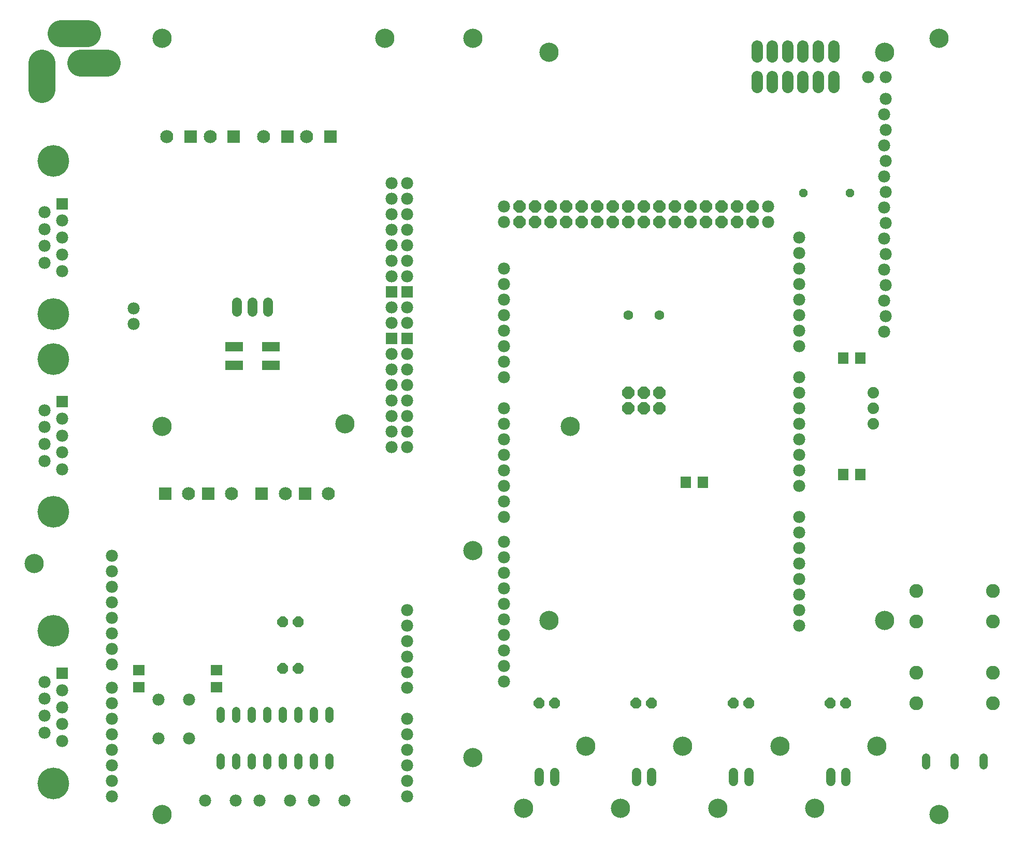
<source format=gts>
G75*
%MOIN*%
%OFA0B0*%
%FSLAX24Y24*%
%IPPOS*%
%LPD*%
%AMOC8*
5,1,8,0,0,1.08239X$1,22.5*
%
%ADD10C,0.1240*%
%ADD11R,0.0840X0.0840*%
%ADD12C,0.0840*%
%ADD13R,0.0780X0.0780*%
%ADD14C,0.0780*%
%ADD15OC8,0.0780*%
%ADD16C,0.0631*%
%ADD17OC8,0.0520*%
%ADD18C,0.0600*%
%ADD19OC8,0.0700*%
%ADD20C,0.2040*%
%ADD21C,0.0520*%
%ADD22C,0.0749*%
%ADD23C,0.0740*%
%ADD24C,0.0640*%
%ADD25R,0.1182X0.0631*%
%ADD26C,0.0527*%
%ADD27R,0.0670X0.0749*%
%ADD28R,0.0749X0.0670*%
%ADD29C,0.1740*%
%ADD30C,0.0890*%
D10*
X013363Y002405D03*
X033363Y006055D03*
X036610Y002796D03*
X040612Y006784D03*
X042860Y002796D03*
X046862Y006784D03*
X049110Y002796D03*
X053112Y006784D03*
X055360Y002796D03*
X059362Y006784D03*
X063363Y002405D03*
X059863Y014905D03*
X039613Y027405D03*
X033363Y019405D03*
X038263Y014905D03*
X025113Y027555D03*
X013363Y027405D03*
X005113Y018555D03*
X038263Y051505D03*
X033363Y052405D03*
X027688Y052405D03*
X013363Y052405D03*
X059863Y051505D03*
X063363Y052405D03*
D11*
X024183Y046055D03*
X021413Y046055D03*
X017963Y046055D03*
X015183Y046055D03*
X016313Y023055D03*
X013543Y023055D03*
X019773Y023055D03*
X022543Y023055D03*
D12*
X021291Y023055D03*
X024061Y023055D03*
X017831Y023055D03*
X015061Y023055D03*
X016445Y046055D03*
X013665Y046055D03*
X019895Y046055D03*
X022665Y046055D03*
D13*
X028113Y036055D03*
X029113Y036055D03*
X029113Y033055D03*
X028113Y033055D03*
X006922Y028986D03*
X006922Y041736D03*
X006922Y011486D03*
D14*
X006922Y010396D03*
X006922Y009305D03*
X006922Y008214D03*
X006922Y007124D03*
X005804Y007671D03*
X005804Y008762D03*
X005804Y009848D03*
X005804Y010939D03*
X010113Y010555D03*
X010113Y009555D03*
X010113Y008555D03*
X010113Y007555D03*
X010113Y006555D03*
X010113Y005555D03*
X010113Y004555D03*
X010113Y003555D03*
X013129Y007305D03*
X015097Y007305D03*
X015097Y009805D03*
X013129Y009805D03*
X010113Y012055D03*
X010113Y013055D03*
X010113Y014055D03*
X010113Y015055D03*
X010113Y016055D03*
X010113Y017055D03*
X010113Y018055D03*
X010113Y019055D03*
X006922Y024624D03*
X006922Y025714D03*
X006922Y026805D03*
X006922Y027896D03*
X005804Y028439D03*
X005804Y027348D03*
X005804Y026262D03*
X005804Y025171D03*
X011513Y034005D03*
X011513Y035005D03*
X006922Y037374D03*
X006922Y038464D03*
X006922Y039555D03*
X006922Y040646D03*
X005804Y041189D03*
X005804Y040098D03*
X005804Y039012D03*
X005804Y037921D03*
X028113Y038055D03*
X028113Y037055D03*
X029113Y037055D03*
X029113Y038055D03*
X029113Y039055D03*
X028113Y039055D03*
X028113Y040055D03*
X029113Y040055D03*
X029113Y041055D03*
X028113Y041055D03*
X028113Y042055D03*
X029113Y042055D03*
X029113Y043055D03*
X028113Y043055D03*
X035363Y041555D03*
X035363Y040555D03*
X035363Y037555D03*
X035363Y036555D03*
X035363Y035555D03*
X035363Y034555D03*
X035363Y033555D03*
X035363Y032555D03*
X035363Y031555D03*
X035363Y030555D03*
X035363Y028555D03*
X035363Y027555D03*
X035363Y026555D03*
X035363Y025555D03*
X035363Y024555D03*
X035363Y023555D03*
X035363Y022555D03*
X035363Y021555D03*
X035363Y019955D03*
X035363Y018955D03*
X035363Y017955D03*
X035363Y016955D03*
X035363Y015955D03*
X035363Y014955D03*
X035363Y013955D03*
X035363Y012955D03*
X035363Y011955D03*
X035363Y010955D03*
X029113Y010555D03*
X029113Y011555D03*
X029113Y012555D03*
X029113Y013555D03*
X029113Y014555D03*
X029113Y015555D03*
X029113Y008555D03*
X029113Y007555D03*
X029113Y006555D03*
X029113Y005555D03*
X029113Y004555D03*
X029113Y003555D03*
X025097Y003305D03*
X023129Y003305D03*
X021597Y003305D03*
X019629Y003305D03*
X018097Y003305D03*
X016129Y003305D03*
X028113Y026055D03*
X029113Y026055D03*
X029113Y027055D03*
X028113Y027055D03*
X028113Y028055D03*
X029113Y028055D03*
X029113Y029055D03*
X028113Y029055D03*
X028113Y030055D03*
X028113Y031055D03*
X029113Y031055D03*
X029113Y030055D03*
X029113Y032055D03*
X028113Y032055D03*
X028113Y034055D03*
X029113Y034055D03*
X029113Y035055D03*
X028113Y035055D03*
X052363Y040555D03*
X052363Y041555D03*
X054363Y039555D03*
X054363Y038555D03*
X054363Y037555D03*
X054363Y036555D03*
X054363Y035555D03*
X054363Y034555D03*
X054363Y033555D03*
X054363Y032555D03*
X054363Y030555D03*
X054363Y029555D03*
X054363Y028555D03*
X054363Y027555D03*
X054363Y026555D03*
X054363Y025555D03*
X054363Y024555D03*
X054363Y023555D03*
X054363Y021555D03*
X054363Y020555D03*
X054363Y019555D03*
X054363Y018555D03*
X054363Y017555D03*
X054363Y016555D03*
X054363Y015555D03*
X054363Y014555D03*
X059813Y033505D03*
X059913Y034505D03*
X059813Y035505D03*
X059913Y036505D03*
X059813Y037505D03*
X059913Y038505D03*
X059813Y039505D03*
X059913Y040505D03*
X059813Y041505D03*
X059913Y042505D03*
X059813Y043505D03*
X059913Y044505D03*
X059813Y045505D03*
X059913Y046505D03*
X059813Y047505D03*
X059913Y048505D03*
X059933Y049880D03*
X058793Y049880D03*
D15*
X051363Y041555D03*
X050363Y041555D03*
X049363Y041555D03*
X048363Y041555D03*
X047363Y041555D03*
X046363Y041555D03*
X045363Y041555D03*
X044363Y041555D03*
X043363Y041555D03*
X042363Y041555D03*
X041363Y041555D03*
X040363Y041555D03*
X039363Y041555D03*
X038363Y041555D03*
X037363Y041555D03*
X036363Y041555D03*
X036363Y040555D03*
X037363Y040555D03*
X038363Y040555D03*
X039363Y040555D03*
X040363Y040555D03*
X041363Y040555D03*
X042363Y040555D03*
X043363Y040555D03*
X044363Y040555D03*
X045363Y040555D03*
X046363Y040555D03*
X047363Y040555D03*
X048363Y040555D03*
X049363Y040555D03*
X050363Y040555D03*
X051363Y040555D03*
X045363Y029555D03*
X044363Y029555D03*
X043363Y029555D03*
X043363Y028555D03*
X044363Y028555D03*
X045363Y028555D03*
D16*
X045359Y034555D03*
X043367Y034555D03*
D17*
X054613Y042430D03*
X057613Y042430D03*
D18*
X057363Y005085D02*
X057363Y004525D01*
X056382Y004525D02*
X056382Y005085D01*
X051113Y005085D02*
X051113Y004525D01*
X050132Y004525D02*
X050132Y005085D01*
X044863Y005085D02*
X044863Y004525D01*
X043882Y004525D02*
X043882Y005085D01*
X038613Y005085D02*
X038613Y004525D01*
X037632Y004525D02*
X037632Y005085D01*
D19*
X037613Y009555D03*
X038613Y009555D03*
X043863Y009555D03*
X044863Y009555D03*
X050113Y009555D03*
X051113Y009555D03*
X056363Y009555D03*
X057363Y009555D03*
X022113Y011805D03*
X021113Y011805D03*
X021113Y014805D03*
X022113Y014805D03*
D20*
X006363Y004384D03*
X006363Y014226D03*
X006363Y021884D03*
X006363Y031726D03*
X006363Y034634D03*
X006363Y044476D03*
D21*
X017113Y009045D02*
X017113Y008565D01*
X018113Y008565D02*
X018113Y009045D01*
X019113Y009045D02*
X019113Y008565D01*
X020113Y008565D02*
X020113Y009045D01*
X021113Y009045D02*
X021113Y008565D01*
X022113Y008565D02*
X022113Y009045D01*
X023113Y009045D02*
X023113Y008565D01*
X024113Y008565D02*
X024113Y009045D01*
X024113Y006045D02*
X024113Y005565D01*
X023113Y005565D02*
X023113Y006045D01*
X022113Y006045D02*
X022113Y005565D01*
X021113Y005565D02*
X021113Y006045D01*
X020113Y006045D02*
X020113Y005565D01*
X019113Y005565D02*
X019113Y006045D01*
X018113Y006045D02*
X018113Y005565D01*
X017113Y005565D02*
X017113Y006045D01*
D22*
X051653Y049216D02*
X051653Y049925D01*
X052637Y049925D02*
X052637Y049216D01*
X053621Y049216D02*
X053621Y049925D01*
X054605Y049925D02*
X054605Y049216D01*
X055590Y049216D02*
X055590Y049925D01*
X056574Y049925D02*
X056574Y049216D01*
X056574Y051185D02*
X056574Y051894D01*
X055590Y051894D02*
X055590Y051185D01*
X054605Y051185D02*
X054605Y051894D01*
X053621Y051894D02*
X053621Y051185D01*
X052637Y051185D02*
X052637Y051894D01*
X051653Y051894D02*
X051653Y051185D01*
D23*
X059113Y029555D03*
X059113Y028555D03*
X059113Y027555D03*
D24*
X020163Y034780D02*
X020163Y035380D01*
X019163Y035380D02*
X019163Y034780D01*
X018163Y034780D02*
X018163Y035380D01*
D25*
X017988Y032521D03*
X017988Y031339D03*
X020363Y031339D03*
X020363Y032521D03*
D26*
X062513Y006049D02*
X062513Y005561D01*
X064363Y005561D02*
X064363Y006049D01*
X066213Y006049D02*
X066213Y005561D01*
D27*
X048164Y023805D03*
X047062Y023805D03*
X057187Y024305D03*
X058289Y024305D03*
X058289Y031805D03*
X057187Y031805D03*
D28*
X016863Y011681D03*
X016863Y010579D03*
X011863Y010579D03*
X011863Y011681D03*
D29*
X005613Y049105D02*
X005613Y050805D01*
X006863Y052705D02*
X008563Y052705D01*
X008113Y050805D02*
X009813Y050805D01*
D30*
X061903Y016789D03*
X061903Y014821D03*
X061903Y011539D03*
X061903Y009571D03*
X066824Y009571D03*
X066824Y011539D03*
X066824Y014821D03*
X066824Y016789D03*
M02*

</source>
